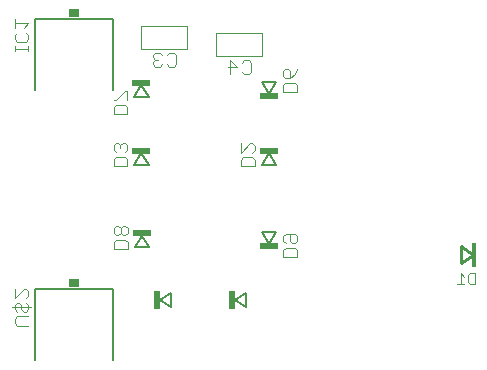
<source format=gbr>
G04 EAGLE Gerber X2 export*
%TF.Part,Single*%
%TF.FileFunction,Legend,Bot,1*%
%TF.FilePolarity,Positive*%
%TF.GenerationSoftware,Autodesk,EAGLE,8.7.0*%
%TF.CreationDate,2018-05-23T13:35:31Z*%
G75*
%MOMM*%
%FSLAX34Y34*%
%LPD*%
%AMOC8*
5,1,8,0,0,1.08239X$1,22.5*%
G01*
%ADD10C,0.050800*%
%ADD11C,0.101600*%
%ADD12C,0.203200*%
%ADD13R,1.574800X0.609600*%
%ADD14R,0.609600X1.574800*%
%ADD15C,0.254000*%
%ADD16R,0.300000X2.100000*%
%ADD17R,0.863600X0.762000*%


D10*
X208870Y377520D02*
X248330Y377520D01*
X248330Y397180D02*
X208870Y397180D01*
X208870Y377520D01*
X248330Y377520D02*
X248330Y397180D01*
D11*
X232933Y374152D02*
X230984Y372203D01*
X232933Y374152D02*
X236831Y374152D01*
X238780Y372203D01*
X238780Y364407D01*
X236831Y362458D01*
X232933Y362458D01*
X230984Y364407D01*
X227086Y372203D02*
X225137Y374152D01*
X221239Y374152D01*
X219290Y372203D01*
X219290Y370254D01*
X221239Y368305D01*
X223188Y368305D01*
X221239Y368305D02*
X219290Y366356D01*
X219290Y364407D01*
X221239Y362458D01*
X225137Y362458D01*
X227086Y364407D01*
D10*
X272370Y371170D02*
X311830Y371170D01*
X311830Y390830D02*
X272370Y390830D01*
X272370Y371170D01*
X311830Y371170D02*
X311830Y390830D01*
D11*
X296433Y367802D02*
X294484Y365853D01*
X296433Y367802D02*
X300331Y367802D01*
X302280Y365853D01*
X302280Y358057D01*
X300331Y356108D01*
X296433Y356108D01*
X294484Y358057D01*
X284739Y356108D02*
X284739Y367802D01*
X290586Y361955D01*
X282790Y361955D01*
D12*
X317297Y289277D02*
X311297Y279277D01*
X317297Y289277D02*
X323297Y279277D01*
X311297Y279277D01*
D13*
X317297Y291135D03*
D11*
X305369Y277907D02*
X293675Y277907D01*
X293675Y283754D01*
X295624Y285703D01*
X303420Y285703D01*
X305369Y283754D01*
X305369Y277907D01*
X293675Y289601D02*
X293675Y297397D01*
X293675Y289601D02*
X301471Y297397D01*
X303420Y297397D01*
X305369Y295448D01*
X305369Y291550D01*
X303420Y289601D01*
D12*
X209550Y289480D02*
X203550Y279480D01*
X209550Y289480D02*
X215550Y279480D01*
X203550Y279480D01*
D13*
X209550Y291338D03*
D11*
X197622Y278110D02*
X185928Y278110D01*
X185928Y283957D01*
X187877Y285906D01*
X195673Y285906D01*
X197622Y283957D01*
X197622Y278110D01*
X195673Y289804D02*
X197622Y291753D01*
X197622Y295651D01*
X195673Y297600D01*
X193724Y297600D01*
X191775Y295651D01*
X191775Y293702D01*
X191775Y295651D02*
X189826Y297600D01*
X187877Y297600D01*
X185928Y295651D01*
X185928Y291753D01*
X187877Y289804D01*
D12*
X317500Y339170D02*
X323500Y349170D01*
X317500Y339170D02*
X311500Y349170D01*
X323500Y349170D01*
D13*
X317500Y337312D03*
D11*
X329438Y340868D02*
X341132Y340868D01*
X329438Y340868D02*
X329438Y346715D01*
X331387Y348664D01*
X339183Y348664D01*
X341132Y346715D01*
X341132Y340868D01*
X339183Y356460D02*
X341132Y360358D01*
X339183Y356460D02*
X335285Y352562D01*
X331387Y352562D01*
X329438Y354511D01*
X329438Y358409D01*
X331387Y360358D01*
X333336Y360358D01*
X335285Y358409D01*
X335285Y352562D01*
D12*
X209550Y346630D02*
X203550Y336630D01*
X209550Y346630D02*
X215550Y336630D01*
X203550Y336630D01*
D13*
X209550Y348488D03*
D11*
X197622Y322560D02*
X185928Y322560D01*
X185928Y328407D01*
X187877Y330356D01*
X195673Y330356D01*
X197622Y328407D01*
X197622Y322560D01*
X197622Y334254D02*
X197622Y342050D01*
X195673Y342050D01*
X187877Y334254D01*
X185928Y334254D01*
D12*
X224870Y165100D02*
X234870Y159100D01*
X224870Y165100D02*
X234870Y171100D01*
X234870Y159100D01*
D14*
X223012Y165100D03*
D12*
X288370Y165100D02*
X298370Y159100D01*
X288370Y165100D02*
X298370Y171100D01*
X298370Y159100D01*
D14*
X286512Y165100D03*
D12*
X203753Y209427D02*
X209753Y219427D01*
X215753Y209427D01*
X203753Y209427D01*
D13*
X209753Y221285D03*
D11*
X197825Y208057D02*
X186131Y208057D01*
X186131Y213904D01*
X188080Y215853D01*
X195876Y215853D01*
X197825Y213904D01*
X197825Y208057D01*
X195876Y219751D02*
X197825Y221700D01*
X197825Y225598D01*
X195876Y227547D01*
X193927Y227547D01*
X191978Y225598D01*
X190029Y227547D01*
X188080Y227547D01*
X186131Y225598D01*
X186131Y221700D01*
X188080Y219751D01*
X190029Y219751D01*
X191978Y221700D01*
X193927Y219751D01*
X195876Y219751D01*
X191978Y221700D02*
X191978Y225598D01*
D12*
X317703Y212373D02*
X323703Y222373D01*
X317703Y212373D02*
X311703Y222373D01*
X323703Y222373D01*
D13*
X317703Y210515D03*
D11*
X329641Y201371D02*
X341335Y201371D01*
X329641Y201371D02*
X329641Y207218D01*
X331590Y209167D01*
X339386Y209167D01*
X341335Y207218D01*
X341335Y201371D01*
X331590Y213065D02*
X329641Y215014D01*
X329641Y218912D01*
X331590Y220861D01*
X339386Y220861D01*
X341335Y218912D01*
X341335Y215014D01*
X339386Y213065D01*
X337437Y213065D01*
X335488Y215014D01*
X335488Y220861D01*
D15*
X480100Y210700D02*
X490600Y203200D01*
X480100Y196200D02*
X480100Y210700D01*
X490600Y203200D02*
X480100Y196200D01*
D16*
X491100Y203200D03*
D11*
X492252Y187460D02*
X492252Y178308D01*
X487676Y178308D01*
X486151Y179833D01*
X486151Y185935D01*
X487676Y187460D01*
X492252Y187460D01*
X482897Y184409D02*
X479846Y187460D01*
X479846Y178308D01*
X476796Y178308D02*
X482897Y178308D01*
D12*
X185166Y342646D02*
X185170Y402590D01*
X119630Y402590D01*
X119634Y342646D01*
D11*
X102108Y375724D02*
X102108Y379622D01*
X102108Y377673D02*
X113802Y377673D01*
X113802Y375724D02*
X113802Y379622D01*
X113802Y389367D02*
X111853Y391316D01*
X113802Y389367D02*
X113802Y385469D01*
X111853Y383520D01*
X104057Y383520D01*
X102108Y385469D01*
X102108Y389367D01*
X104057Y391316D01*
X109904Y395214D02*
X113802Y399112D01*
X102108Y399112D01*
X102108Y395214D02*
X102108Y403010D01*
D17*
X152400Y407416D03*
D12*
X185170Y173990D02*
X185166Y114046D01*
X185170Y173990D02*
X119630Y173990D01*
X119634Y114046D01*
D11*
X113802Y143226D02*
X104057Y143226D01*
X102108Y145175D01*
X102108Y149073D01*
X104057Y151022D01*
X113802Y151022D01*
X104057Y154920D02*
X102108Y156869D01*
X102108Y160767D01*
X104057Y162716D01*
X106006Y162716D01*
X107955Y160767D01*
X107955Y156869D01*
X109904Y154920D01*
X111853Y154920D01*
X113802Y156869D01*
X113802Y160767D01*
X111853Y162716D01*
X115751Y158818D02*
X100159Y158818D01*
X102108Y166614D02*
X102108Y174410D01*
X102108Y166614D02*
X109904Y174410D01*
X111853Y174410D01*
X113802Y172461D01*
X113802Y168563D01*
X111853Y166614D01*
D17*
X152400Y178816D03*
M02*

</source>
